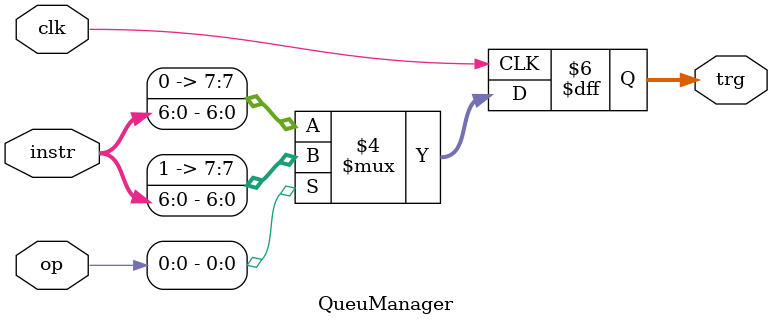
<source format=v>
module QueuManager(clk, op, instr, trg);
  
  input clk;
  input [9:0] op;
  input [7:0] instr;
  output reg [7:0] trg;

  initial
  begin
    trg <= 8'b0;
  end

  // For now only to possible operations are distinguished, either wait or puls,
  // respectively op[]=0 and op[]=1
  always @(posedge clk)
    begin
      if (op[0])
        begin
          trg = {1'b1, instr[6:0]};
        end
      else
        begin
          trg = {1'b0, instr[6:0]};
        end
    end

endmodule

</source>
